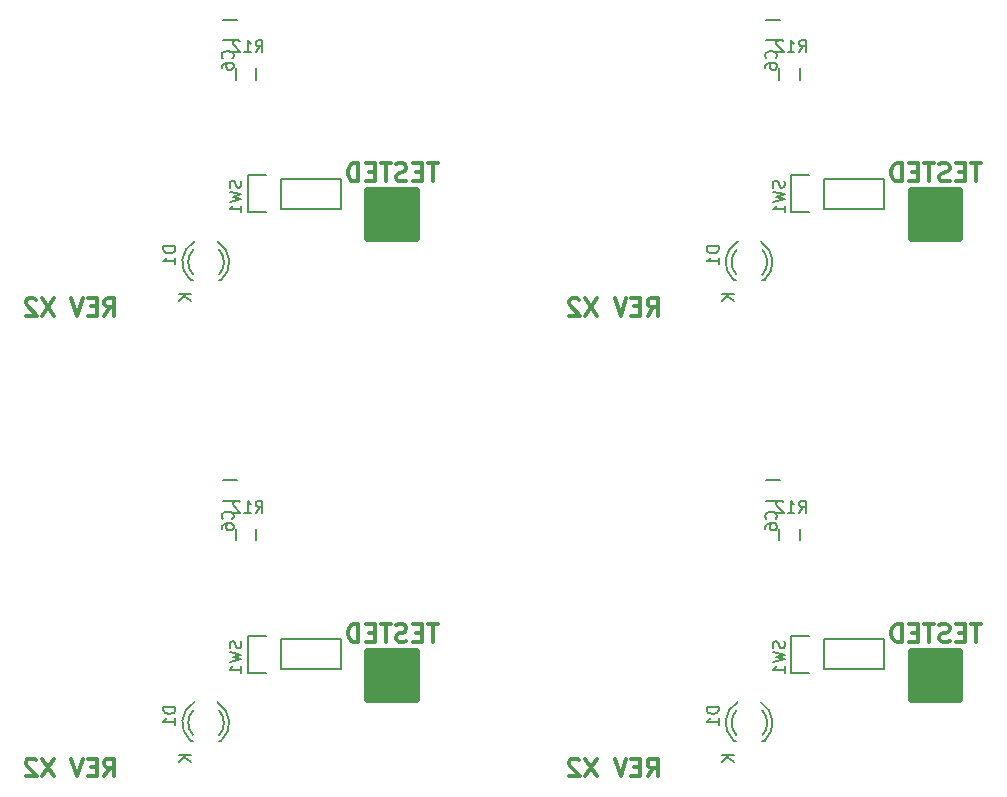
<source format=gbo>
%MOIN*%
%OFA0B0*%
%FSLAX46Y46*%
%IPPOS*%
%LPD*%
%ADD10C,0.011811023622047244*%
%ADD11C,0.005905511811023622*%
%ADD12C,0.025590551181102365*%
%ADD13C,0.012000000000000002*%
%ADD24C,0.011811023622047244*%
%ADD25C,0.005905511811023622*%
%ADD26C,0.025590551181102365*%
%ADD27C,0.012000000000000002*%
%ADD28C,0.011811023622047244*%
%ADD29C,0.005905511811023622*%
%ADD30C,0.025590551181102365*%
%ADD31C,0.012000000000000002*%
%ADD32C,0.011811023622047244*%
%ADD33C,0.005905511811023622*%
%ADD34C,0.025590551181102365*%
%ADD35C,0.012000000000000002*%
G01*
D10*
X0000540455Y0000030607D02*
X0000560140Y0000058728D01*
X0000574201Y0000030607D02*
X0000574201Y0000089662D01*
X0000551704Y0000089662D01*
X0000546079Y0000086850D01*
X0000543267Y0000084038D01*
X0000540455Y0000078413D01*
X0000540455Y0000069977D01*
X0000543267Y0000064353D01*
X0000546079Y0000061541D01*
X0000551704Y0000058728D01*
X0000574201Y0000058728D01*
X0000515146Y0000061541D02*
X0000495461Y0000061541D01*
X0000487024Y0000030607D02*
X0000515146Y0000030607D01*
X0000515146Y0000089662D01*
X0000487024Y0000089662D01*
X0000470151Y0000089662D02*
X0000450466Y0000030607D01*
X0000430781Y0000089662D01*
X0000371726Y0000089662D02*
X0000332356Y0000030607D01*
X0000332356Y0000089662D02*
X0000371726Y0000030607D01*
X0000312671Y0000084038D02*
X0000309859Y0000086850D01*
X0000304235Y0000089662D01*
X0000290174Y0000089662D01*
X0000284550Y0000086850D01*
X0000281737Y0000084038D01*
X0000278925Y0000078413D01*
X0000278925Y0000072789D01*
X0000281737Y0000064353D01*
X0000315483Y0000030607D01*
X0000278925Y0000030607D01*
D11*
X0000980314Y0000816929D02*
X0000980314Y0000856299D01*
X0001047244Y0000856299D02*
X0001047244Y0000816929D01*
X0000936377Y0000947874D02*
X0000983622Y0000947874D01*
X0000983622Y0001016771D02*
X0000936377Y0001016771D01*
D12*
X0001421259Y0000308267D02*
X0001578740Y0000308267D01*
X0001421259Y0000327952D02*
X0001421259Y0000308267D01*
X0001578740Y0000327952D02*
X0001421259Y0000327952D01*
X0001578740Y0000347637D02*
X0001578740Y0000327952D01*
X0001559055Y0000347637D02*
X0001578740Y0000347637D01*
X0001421259Y0000347637D02*
X0001559055Y0000347637D01*
X0001421259Y0000367322D02*
X0001421259Y0000347637D01*
X0001578740Y0000367322D02*
X0001421259Y0000367322D01*
X0001578740Y0000387007D02*
X0001578740Y0000367322D01*
X0001421259Y0000387007D02*
X0001578740Y0000387007D01*
X0001421259Y0000406692D02*
X0001421259Y0000387007D01*
X0001578740Y0000406692D02*
X0001421259Y0000406692D01*
X0001578740Y0000426377D02*
X0001578740Y0000406692D01*
X0001421259Y0000426377D02*
X0001578740Y0000426377D01*
X0001421259Y0000446062D02*
X0001421259Y0000426377D01*
X0001421259Y0000288582D02*
X0001421259Y0000446062D01*
X0001578740Y0000288582D02*
X0001421259Y0000288582D01*
X0001578740Y0000446062D02*
X0001578740Y0000288582D01*
X0001421259Y0000446062D02*
X0001578740Y0000446062D01*
D11*
X0000930393Y0000149488D02*
X0000923307Y0000149488D01*
X0000828267Y0000149488D02*
X0000836141Y0000149488D01*
X0000918174Y0000276564D02*
G75*
G02*
X0000930629Y0000149488I-0000039513J-0000068021D01*
G01*
X0000923270Y0000249960D02*
G75*
G02*
X0000923307Y0000167165I-0000044608J-0000041417D01*
G01*
X0000827215Y0000149991D02*
G75*
G02*
X0000840866Y0000277440I0000051445J0000058945D01*
G01*
X0000836171Y0000168626D02*
G75*
G02*
X0000836929Y0000249251I0000042490J0000039916D01*
G01*
X0001018976Y0000498346D02*
X0001018976Y0000376299D01*
X0001080000Y0000498346D02*
X0001018976Y0000498346D01*
X0001130000Y0000387322D02*
X0001130000Y0000487322D01*
X0001018976Y0000376299D02*
X0001080000Y0000376299D01*
X0001329999Y0000387322D02*
X0001130000Y0000387322D01*
X0001329999Y0000487322D02*
X0001329999Y0000387322D01*
X0001130000Y0000487322D02*
X0001329999Y0000487322D01*
X0000967840Y0000888175D02*
X0000969715Y0000890050D01*
X0000971589Y0000895674D01*
X0000971589Y0000899424D01*
X0000969715Y0000905048D01*
X0000965965Y0000908798D01*
X0000962215Y0000910673D01*
X0000954716Y0000912547D01*
X0000949092Y0000912547D01*
X0000941593Y0000910673D01*
X0000937844Y0000908798D01*
X0000934094Y0000905048D01*
X0000932219Y0000899424D01*
X0000932219Y0000895674D01*
X0000934094Y0000890050D01*
X0000935969Y0000888175D01*
X0000932219Y0000854430D02*
X0000932219Y0000861929D01*
X0000934094Y0000865678D01*
X0000935969Y0000867553D01*
X0000941593Y0000871302D01*
X0000949092Y0000873177D01*
X0000964090Y0000873177D01*
X0000967840Y0000871302D01*
X0000969715Y0000869428D01*
X0000971589Y0000865678D01*
X0000971589Y0000858179D01*
X0000969715Y0000854430D01*
X0000967840Y0000852555D01*
X0000964090Y0000850680D01*
X0000954716Y0000850680D01*
X0000950967Y0000852555D01*
X0000949092Y0000854430D01*
X0000947217Y0000858179D01*
X0000947217Y0000865678D01*
X0000949092Y0000869428D01*
X0000950967Y0000871302D01*
X0000954716Y0000873177D01*
X0001045309Y0000909512D02*
X0001058432Y0000928260D01*
X0001067806Y0000909512D02*
X0001067806Y0000948882D01*
X0001052808Y0000948882D01*
X0001049058Y0000947007D01*
X0001047184Y0000945133D01*
X0001045309Y0000941383D01*
X0001045309Y0000935759D01*
X0001047184Y0000932009D01*
X0001049058Y0000930135D01*
X0001052808Y0000928260D01*
X0001067806Y0000928260D01*
X0001007814Y0000909512D02*
X0001030311Y0000909512D01*
X0001019062Y0000909512D02*
X0001019062Y0000948882D01*
X0001022812Y0000943258D01*
X0001026561Y0000939508D01*
X0001030311Y0000937634D01*
X0000992815Y0000945133D02*
X0000990941Y0000947007D01*
X0000987191Y0000948882D01*
X0000977817Y0000948882D01*
X0000974068Y0000947007D01*
X0000972193Y0000945133D01*
X0000970318Y0000941383D01*
X0000970318Y0000937634D01*
X0000972193Y0000932009D01*
X0000994690Y0000909512D01*
X0000970318Y0000909512D01*
D13*
X0001652857Y0000537975D02*
X0001618571Y0000537975D01*
X0001635714Y0000477975D02*
X0001635714Y0000537975D01*
X0001598571Y0000509403D02*
X0001578571Y0000509403D01*
X0001570000Y0000477975D02*
X0001598571Y0000477975D01*
X0001598571Y0000537975D01*
X0001570000Y0000537975D01*
X0001547142Y0000480832D02*
X0001538571Y0000477975D01*
X0001524285Y0000477975D01*
X0001518571Y0000480832D01*
X0001515714Y0000483689D01*
X0001512857Y0000489403D01*
X0001512857Y0000495118D01*
X0001515714Y0000500832D01*
X0001518571Y0000503689D01*
X0001524285Y0000506546D01*
X0001535714Y0000509403D01*
X0001541428Y0000512260D01*
X0001544285Y0000515118D01*
X0001547142Y0000520832D01*
X0001547142Y0000526546D01*
X0001544285Y0000532260D01*
X0001541428Y0000535118D01*
X0001535714Y0000537975D01*
X0001521428Y0000537975D01*
X0001512857Y0000535118D01*
X0001495714Y0000537975D02*
X0001461428Y0000537975D01*
X0001478571Y0000477975D02*
X0001478571Y0000537975D01*
X0001441428Y0000509403D02*
X0001421428Y0000509403D01*
X0001412857Y0000477975D02*
X0001441428Y0000477975D01*
X0001441428Y0000537975D01*
X0001412857Y0000537975D01*
X0001387142Y0000477975D02*
X0001387142Y0000537975D01*
X0001372857Y0000537975D01*
X0001364285Y0000535118D01*
X0001358571Y0000529403D01*
X0001355714Y0000523689D01*
X0001352857Y0000512260D01*
X0001352857Y0000503689D01*
X0001355714Y0000492260D01*
X0001358571Y0000486546D01*
X0001364285Y0000480832D01*
X0001372857Y0000477975D01*
X0001387142Y0000477975D01*
D11*
X0000777337Y0000261578D02*
X0000737967Y0000261578D01*
X0000737967Y0000252204D01*
X0000739842Y0000246580D01*
X0000743592Y0000242830D01*
X0000747341Y0000240956D01*
X0000754840Y0000239081D01*
X0000760464Y0000239081D01*
X0000767963Y0000240956D01*
X0000771713Y0000242830D01*
X0000775463Y0000246580D01*
X0000777337Y0000252204D01*
X0000777337Y0000261578D01*
X0000777337Y0000201586D02*
X0000777337Y0000224083D01*
X0000777337Y0000212834D02*
X0000737967Y0000212834D01*
X0000743592Y0000216584D01*
X0000747341Y0000220333D01*
X0000749216Y0000224083D01*
X0000829306Y0000101098D02*
X0000789936Y0000101098D01*
X0000829306Y0000078601D02*
X0000806809Y0000095474D01*
X0000789936Y0000078601D02*
X0000812433Y0000101098D01*
X0000995935Y0000479816D02*
X0000997810Y0000474192D01*
X0000997810Y0000464818D01*
X0000995935Y0000461068D01*
X0000994060Y0000459193D01*
X0000990311Y0000457319D01*
X0000986561Y0000457319D01*
X0000982812Y0000459193D01*
X0000980937Y0000461068D01*
X0000979062Y0000464818D01*
X0000977187Y0000472317D01*
X0000975313Y0000476066D01*
X0000973438Y0000477941D01*
X0000969688Y0000479816D01*
X0000965939Y0000479816D01*
X0000962189Y0000477941D01*
X0000960314Y0000476066D01*
X0000958440Y0000472317D01*
X0000958440Y0000462943D01*
X0000960314Y0000457319D01*
X0000958440Y0000444195D02*
X0000997810Y0000434821D01*
X0000969688Y0000427322D01*
X0000997810Y0000419823D01*
X0000958440Y0000410449D01*
X0000997810Y0000374829D02*
X0000997810Y0000397326D01*
X0000997810Y0000386077D02*
X0000958440Y0000386077D01*
X0000964064Y0000389827D01*
X0000967814Y0000393577D01*
X0000969688Y0000397326D01*
G04 next file*
G04 #@! TF.GenerationSoftware,KiCad,Pcbnew,(5.1.10)-1*
G04 #@! TF.CreationDate,2022-01-17T16:42:43-05:00*
G04 #@! TF.ProjectId,DiffProbe,44696666-5072-46f6-9265-2e6b69636164,X1*
G04 #@! TF.SameCoordinates,Original*
G04 #@! TF.FileFunction,Legend,Bot*
G04 #@! TF.FilePolarity,Positive*
G04 Gerber Fmt 4.6, Leading zero omitted, Abs format (unit mm)*
G04 Created by KiCad (PCBNEW (5.1.10)-1) date 2022-01-17 16:42:43*
G01*
G04 APERTURE LIST*
G04 APERTURE END LIST*
D24*
X0002351479Y0000030607D02*
X0002371164Y0000058728D01*
X0002385224Y0000030607D02*
X0002385224Y0000089662D01*
X0002362727Y0000089662D01*
X0002357103Y0000086850D01*
X0002354291Y0000084038D01*
X0002351479Y0000078413D01*
X0002351479Y0000069977D01*
X0002354291Y0000064353D01*
X0002357103Y0000061541D01*
X0002362727Y0000058728D01*
X0002385224Y0000058728D01*
X0002326169Y0000061541D02*
X0002306484Y0000061541D01*
X0002298048Y0000030607D02*
X0002326169Y0000030607D01*
X0002326169Y0000089662D01*
X0002298048Y0000089662D01*
X0002281175Y0000089662D02*
X0002261490Y0000030607D01*
X0002241805Y0000089662D01*
X0002182750Y0000089662D02*
X0002143380Y0000030607D01*
X0002143380Y0000089662D02*
X0002182750Y0000030607D01*
X0002123695Y0000084038D02*
X0002120882Y0000086850D01*
X0002115258Y0000089662D01*
X0002101197Y0000089662D01*
X0002095573Y0000086850D01*
X0002092761Y0000084038D01*
X0002089949Y0000078413D01*
X0002089949Y0000072789D01*
X0002092761Y0000064353D01*
X0002126507Y0000030607D01*
X0002089949Y0000030607D01*
D25*
X0002791338Y0000816929D02*
X0002791338Y0000856299D01*
X0002858267Y0000856299D02*
X0002858267Y0000816929D01*
X0002747401Y0000947874D02*
X0002794645Y0000947874D01*
X0002794645Y0001016771D02*
X0002747401Y0001016771D01*
D26*
X0003232283Y0000308267D02*
X0003389763Y0000308267D01*
X0003232283Y0000327952D02*
X0003232283Y0000308267D01*
X0003389763Y0000327952D02*
X0003232283Y0000327952D01*
X0003389763Y0000347637D02*
X0003389763Y0000327952D01*
X0003370078Y0000347637D02*
X0003389763Y0000347637D01*
X0003232283Y0000347637D02*
X0003370078Y0000347637D01*
X0003232283Y0000367322D02*
X0003232283Y0000347637D01*
X0003389763Y0000367322D02*
X0003232283Y0000367322D01*
X0003389763Y0000387007D02*
X0003389763Y0000367322D01*
X0003232283Y0000387007D02*
X0003389763Y0000387007D01*
X0003232283Y0000406692D02*
X0003232283Y0000387007D01*
X0003389763Y0000406692D02*
X0003232283Y0000406692D01*
X0003389763Y0000426377D02*
X0003389763Y0000406692D01*
X0003232283Y0000426377D02*
X0003389763Y0000426377D01*
X0003232283Y0000446062D02*
X0003232283Y0000426377D01*
X0003232283Y0000288582D02*
X0003232283Y0000446062D01*
X0003389763Y0000288582D02*
X0003232283Y0000288582D01*
X0003389763Y0000446062D02*
X0003389763Y0000288582D01*
X0003232283Y0000446062D02*
X0003389763Y0000446062D01*
D25*
X0002741417Y0000149488D02*
X0002734330Y0000149488D01*
X0002639291Y0000149488D02*
X0002647165Y0000149488D01*
X0002729198Y0000276564D02*
G75*
G02*
X0002741653Y0000149488I-0000039513J-0000068021D01*
G01*
X0002734293Y0000249960D02*
G75*
G02*
X0002734330Y0000167165I-0000044608J-0000041417D01*
G01*
X0002638239Y0000149991D02*
G75*
G02*
X0002651889Y0000277440I0000051445J0000058945D01*
G01*
X0002647194Y0000168626D02*
G75*
G02*
X0002647952Y0000249251I0000042490J0000039916D01*
G01*
X0002830000Y0000498346D02*
X0002830000Y0000376299D01*
X0002891023Y0000498346D02*
X0002830000Y0000498346D01*
X0002941023Y0000387322D02*
X0002941023Y0000487322D01*
X0002830000Y0000376299D02*
X0002891023Y0000376299D01*
X0003141023Y0000387322D02*
X0002941023Y0000387322D01*
X0003141023Y0000487322D02*
X0003141023Y0000387322D01*
X0002941023Y0000487322D02*
X0003141023Y0000487322D01*
X0002778863Y0000888175D02*
X0002780738Y0000890050D01*
X0002782613Y0000895674D01*
X0002782613Y0000899424D01*
X0002780738Y0000905048D01*
X0002776989Y0000908798D01*
X0002773239Y0000910673D01*
X0002765740Y0000912547D01*
X0002760116Y0000912547D01*
X0002752617Y0000910673D01*
X0002748867Y0000908798D01*
X0002745118Y0000905048D01*
X0002743243Y0000899424D01*
X0002743243Y0000895674D01*
X0002745118Y0000890050D01*
X0002746992Y0000888175D01*
X0002743243Y0000854430D02*
X0002743243Y0000861929D01*
X0002745118Y0000865678D01*
X0002746992Y0000867553D01*
X0002752617Y0000871302D01*
X0002760116Y0000873177D01*
X0002775114Y0000873177D01*
X0002778863Y0000871302D01*
X0002780738Y0000869428D01*
X0002782613Y0000865678D01*
X0002782613Y0000858179D01*
X0002780738Y0000854430D01*
X0002778863Y0000852555D01*
X0002775114Y0000850680D01*
X0002765740Y0000850680D01*
X0002761990Y0000852555D01*
X0002760116Y0000854430D01*
X0002758241Y0000858179D01*
X0002758241Y0000865678D01*
X0002760116Y0000869428D01*
X0002761990Y0000871302D01*
X0002765740Y0000873177D01*
X0002856332Y0000909512D02*
X0002869456Y0000928260D01*
X0002878830Y0000909512D02*
X0002878830Y0000948882D01*
X0002863832Y0000948882D01*
X0002860082Y0000947007D01*
X0002858207Y0000945133D01*
X0002856332Y0000941383D01*
X0002856332Y0000935759D01*
X0002858207Y0000932009D01*
X0002860082Y0000930135D01*
X0002863832Y0000928260D01*
X0002878830Y0000928260D01*
X0002818837Y0000909512D02*
X0002841334Y0000909512D01*
X0002830086Y0000909512D02*
X0002830086Y0000948882D01*
X0002833835Y0000943258D01*
X0002837585Y0000939508D01*
X0002841334Y0000937634D01*
X0002803839Y0000945133D02*
X0002801964Y0000947007D01*
X0002798215Y0000948882D01*
X0002788841Y0000948882D01*
X0002785091Y0000947007D01*
X0002783217Y0000945133D01*
X0002781342Y0000941383D01*
X0002781342Y0000937634D01*
X0002783217Y0000932009D01*
X0002805714Y0000909512D01*
X0002781342Y0000909512D01*
D27*
X0003463880Y0000537975D02*
X0003429595Y0000537975D01*
X0003446737Y0000477975D02*
X0003446737Y0000537975D01*
X0003409595Y0000509403D02*
X0003389595Y0000509403D01*
X0003381023Y0000477975D02*
X0003409595Y0000477975D01*
X0003409595Y0000537975D01*
X0003381023Y0000537975D01*
X0003358166Y0000480832D02*
X0003349595Y0000477975D01*
X0003335309Y0000477975D01*
X0003329595Y0000480832D01*
X0003326737Y0000483689D01*
X0003323880Y0000489403D01*
X0003323880Y0000495118D01*
X0003326737Y0000500832D01*
X0003329595Y0000503689D01*
X0003335309Y0000506546D01*
X0003346737Y0000509403D01*
X0003352452Y0000512260D01*
X0003355309Y0000515118D01*
X0003358166Y0000520832D01*
X0003358166Y0000526546D01*
X0003355309Y0000532260D01*
X0003352452Y0000535118D01*
X0003346737Y0000537975D01*
X0003332452Y0000537975D01*
X0003323880Y0000535118D01*
X0003306737Y0000537975D02*
X0003272452Y0000537975D01*
X0003289595Y0000477975D02*
X0003289595Y0000537975D01*
X0003252452Y0000509403D02*
X0003232452Y0000509403D01*
X0003223880Y0000477975D02*
X0003252452Y0000477975D01*
X0003252452Y0000537975D01*
X0003223880Y0000537975D01*
X0003198166Y0000477975D02*
X0003198166Y0000537975D01*
X0003183880Y0000537975D01*
X0003175309Y0000535118D01*
X0003169595Y0000529403D01*
X0003166737Y0000523689D01*
X0003163880Y0000512260D01*
X0003163880Y0000503689D01*
X0003166737Y0000492260D01*
X0003169595Y0000486546D01*
X0003175309Y0000480832D01*
X0003183880Y0000477975D01*
X0003198166Y0000477975D01*
D25*
X0002588361Y0000261578D02*
X0002548991Y0000261578D01*
X0002548991Y0000252204D01*
X0002550866Y0000246580D01*
X0002554615Y0000242830D01*
X0002558365Y0000240956D01*
X0002565864Y0000239081D01*
X0002571488Y0000239081D01*
X0002578987Y0000240956D01*
X0002582737Y0000242830D01*
X0002586486Y0000246580D01*
X0002588361Y0000252204D01*
X0002588361Y0000261578D01*
X0002588361Y0000201586D02*
X0002588361Y0000224083D01*
X0002588361Y0000212834D02*
X0002548991Y0000212834D01*
X0002554615Y0000216584D01*
X0002558365Y0000220333D01*
X0002560239Y0000224083D01*
X0002640329Y0000101098D02*
X0002600959Y0000101098D01*
X0002640329Y0000078601D02*
X0002617832Y0000095474D01*
X0002600959Y0000078601D02*
X0002623457Y0000101098D01*
X0002806959Y0000479816D02*
X0002808833Y0000474192D01*
X0002808833Y0000464818D01*
X0002806959Y0000461068D01*
X0002805084Y0000459193D01*
X0002801334Y0000457319D01*
X0002797585Y0000457319D01*
X0002793835Y0000459193D01*
X0002791960Y0000461068D01*
X0002790086Y0000464818D01*
X0002788211Y0000472317D01*
X0002786336Y0000476066D01*
X0002784461Y0000477941D01*
X0002780712Y0000479816D01*
X0002776962Y0000479816D01*
X0002773213Y0000477941D01*
X0002771338Y0000476066D01*
X0002769463Y0000472317D01*
X0002769463Y0000462943D01*
X0002771338Y0000457319D01*
X0002769463Y0000444195D02*
X0002808833Y0000434821D01*
X0002780712Y0000427322D01*
X0002808833Y0000419823D01*
X0002769463Y0000410449D01*
X0002808833Y0000374829D02*
X0002808833Y0000397326D01*
X0002808833Y0000386077D02*
X0002769463Y0000386077D01*
X0002775088Y0000389827D01*
X0002778837Y0000393577D01*
X0002780712Y0000397326D01*
G04 next file*
G04 #@! TF.GenerationSoftware,KiCad,Pcbnew,(5.1.10)-1*
G04 #@! TF.CreationDate,2022-01-17T16:42:43-05:00*
G04 #@! TF.ProjectId,DiffProbe,44696666-5072-46f6-9265-2e6b69636164,X1*
G04 #@! TF.SameCoordinates,Original*
G04 #@! TF.FileFunction,Legend,Bot*
G04 #@! TF.FilePolarity,Positive*
G04 Gerber Fmt 4.6, Leading zero omitted, Abs format (unit mm)*
G04 Created by KiCad (PCBNEW (5.1.10)-1) date 2022-01-17 16:42:43*
G01*
G04 APERTURE LIST*
G04 APERTURE END LIST*
D28*
X0000540455Y0001566040D02*
X0000560140Y0001594162D01*
X0000574201Y0001566040D02*
X0000574201Y0001625095D01*
X0000551704Y0001625095D01*
X0000546079Y0001622283D01*
X0000543267Y0001619471D01*
X0000540455Y0001613847D01*
X0000540455Y0001605410D01*
X0000543267Y0001599786D01*
X0000546079Y0001596974D01*
X0000551704Y0001594162D01*
X0000574201Y0001594162D01*
X0000515146Y0001596974D02*
X0000495461Y0001596974D01*
X0000487024Y0001566040D02*
X0000515146Y0001566040D01*
X0000515146Y0001625095D01*
X0000487024Y0001625095D01*
X0000470151Y0001625095D02*
X0000450466Y0001566040D01*
X0000430781Y0001625095D01*
X0000371726Y0001625095D02*
X0000332356Y0001566040D01*
X0000332356Y0001625095D02*
X0000371726Y0001566040D01*
X0000312671Y0001619471D02*
X0000309859Y0001622283D01*
X0000304235Y0001625095D01*
X0000290174Y0001625095D01*
X0000284550Y0001622283D01*
X0000281737Y0001619471D01*
X0000278925Y0001613847D01*
X0000278925Y0001608222D01*
X0000281737Y0001599786D01*
X0000315483Y0001566040D01*
X0000278925Y0001566040D01*
D29*
X0000980314Y0002352362D02*
X0000980314Y0002391732D01*
X0001047244Y0002391732D02*
X0001047244Y0002352362D01*
X0000936377Y0002483307D02*
X0000983622Y0002483307D01*
X0000983622Y0002552204D02*
X0000936377Y0002552204D01*
D30*
X0001421259Y0001843700D02*
X0001578740Y0001843700D01*
X0001421259Y0001863385D02*
X0001421259Y0001843700D01*
X0001578740Y0001863385D02*
X0001421259Y0001863385D01*
X0001578740Y0001883070D02*
X0001578740Y0001863385D01*
X0001559055Y0001883070D02*
X0001578740Y0001883070D01*
X0001421259Y0001883070D02*
X0001559055Y0001883070D01*
X0001421259Y0001902755D02*
X0001421259Y0001883070D01*
X0001578740Y0001902755D02*
X0001421259Y0001902755D01*
X0001578740Y0001922440D02*
X0001578740Y0001902755D01*
X0001421259Y0001922440D02*
X0001578740Y0001922440D01*
X0001421259Y0001942125D02*
X0001421259Y0001922440D01*
X0001578740Y0001942125D02*
X0001421259Y0001942125D01*
X0001578740Y0001961811D02*
X0001578740Y0001942125D01*
X0001421259Y0001961811D02*
X0001578740Y0001961811D01*
X0001421259Y0001981496D02*
X0001421259Y0001961811D01*
X0001421259Y0001824015D02*
X0001421259Y0001981496D01*
X0001578740Y0001824015D02*
X0001421259Y0001824015D01*
X0001578740Y0001981496D02*
X0001578740Y0001824015D01*
X0001421259Y0001981496D02*
X0001578740Y0001981496D01*
D29*
X0000930393Y0001684921D02*
X0000923307Y0001684921D01*
X0000828267Y0001684921D02*
X0000836141Y0001684921D01*
X0000918174Y0001811997D02*
G75*
G02*
X0000930629Y0001684921I-0000039513J-0000068021D01*
G01*
X0000923270Y0001785393D02*
G75*
G02*
X0000923307Y0001702598I-0000044608J-0000041417D01*
G01*
X0000827215Y0001685424D02*
G75*
G02*
X0000840866Y0001812874I0000051445J0000058945D01*
G01*
X0000836171Y0001704059D02*
G75*
G02*
X0000836929Y0001784685I0000042490J0000039916D01*
G01*
X0001018976Y0002033779D02*
X0001018976Y0001911732D01*
X0001080000Y0002033779D02*
X0001018976Y0002033779D01*
X0001130000Y0001922755D02*
X0001130000Y0002022755D01*
X0001018976Y0001911732D02*
X0001080000Y0001911732D01*
X0001329999Y0001922755D02*
X0001130000Y0001922755D01*
X0001329999Y0002022755D02*
X0001329999Y0001922755D01*
X0001130000Y0002022755D02*
X0001329999Y0002022755D01*
X0000967840Y0002423608D02*
X0000969715Y0002425483D01*
X0000971589Y0002431107D01*
X0000971589Y0002434857D01*
X0000969715Y0002440481D01*
X0000965965Y0002444231D01*
X0000962215Y0002446106D01*
X0000954716Y0002447980D01*
X0000949092Y0002447980D01*
X0000941593Y0002446106D01*
X0000937844Y0002444231D01*
X0000934094Y0002440481D01*
X0000932219Y0002434857D01*
X0000932219Y0002431107D01*
X0000934094Y0002425483D01*
X0000935969Y0002423608D01*
X0000932219Y0002389863D02*
X0000932219Y0002397362D01*
X0000934094Y0002401111D01*
X0000935969Y0002402986D01*
X0000941593Y0002406736D01*
X0000949092Y0002408610D01*
X0000964090Y0002408610D01*
X0000967840Y0002406736D01*
X0000969715Y0002404861D01*
X0000971589Y0002401111D01*
X0000971589Y0002393612D01*
X0000969715Y0002389863D01*
X0000967840Y0002387988D01*
X0000964090Y0002386113D01*
X0000954716Y0002386113D01*
X0000950967Y0002387988D01*
X0000949092Y0002389863D01*
X0000947217Y0002393612D01*
X0000947217Y0002401111D01*
X0000949092Y0002404861D01*
X0000950967Y0002406736D01*
X0000954716Y0002408610D01*
X0001045309Y0002444945D02*
X0001058432Y0002463693D01*
X0001067806Y0002444945D02*
X0001067806Y0002484315D01*
X0001052808Y0002484315D01*
X0001049058Y0002482440D01*
X0001047184Y0002480566D01*
X0001045309Y0002476816D01*
X0001045309Y0002471192D01*
X0001047184Y0002467442D01*
X0001049058Y0002465568D01*
X0001052808Y0002463693D01*
X0001067806Y0002463693D01*
X0001007814Y0002444945D02*
X0001030311Y0002444945D01*
X0001019062Y0002444945D02*
X0001019062Y0002484315D01*
X0001022812Y0002478691D01*
X0001026561Y0002474941D01*
X0001030311Y0002473067D01*
X0000992815Y0002480566D02*
X0000990941Y0002482440D01*
X0000987191Y0002484315D01*
X0000977817Y0002484315D01*
X0000974068Y0002482440D01*
X0000972193Y0002480566D01*
X0000970318Y0002476816D01*
X0000970318Y0002473067D01*
X0000972193Y0002467442D01*
X0000994690Y0002444945D01*
X0000970318Y0002444945D01*
D31*
X0001652857Y0002073408D02*
X0001618571Y0002073408D01*
X0001635714Y0002013408D02*
X0001635714Y0002073408D01*
X0001598571Y0002044836D02*
X0001578571Y0002044836D01*
X0001570000Y0002013408D02*
X0001598571Y0002013408D01*
X0001598571Y0002073408D01*
X0001570000Y0002073408D01*
X0001547142Y0002016265D02*
X0001538571Y0002013408D01*
X0001524285Y0002013408D01*
X0001518571Y0002016265D01*
X0001515714Y0002019122D01*
X0001512857Y0002024836D01*
X0001512857Y0002030551D01*
X0001515714Y0002036265D01*
X0001518571Y0002039122D01*
X0001524285Y0002041979D01*
X0001535714Y0002044836D01*
X0001541428Y0002047694D01*
X0001544285Y0002050551D01*
X0001547142Y0002056265D01*
X0001547142Y0002061979D01*
X0001544285Y0002067694D01*
X0001541428Y0002070551D01*
X0001535714Y0002073408D01*
X0001521428Y0002073408D01*
X0001512857Y0002070551D01*
X0001495714Y0002073408D02*
X0001461428Y0002073408D01*
X0001478571Y0002013408D02*
X0001478571Y0002073408D01*
X0001441428Y0002044836D02*
X0001421428Y0002044836D01*
X0001412857Y0002013408D02*
X0001441428Y0002013408D01*
X0001441428Y0002073408D01*
X0001412857Y0002073408D01*
X0001387142Y0002013408D02*
X0001387142Y0002073408D01*
X0001372857Y0002073408D01*
X0001364285Y0002070551D01*
X0001358571Y0002064836D01*
X0001355714Y0002059122D01*
X0001352857Y0002047694D01*
X0001352857Y0002039122D01*
X0001355714Y0002027694D01*
X0001358571Y0002021979D01*
X0001364285Y0002016265D01*
X0001372857Y0002013408D01*
X0001387142Y0002013408D01*
D29*
X0000777337Y0001797011D02*
X0000737967Y0001797011D01*
X0000737967Y0001787637D01*
X0000739842Y0001782013D01*
X0000743592Y0001778263D01*
X0000747341Y0001776389D01*
X0000754840Y0001774514D01*
X0000760464Y0001774514D01*
X0000767963Y0001776389D01*
X0000771713Y0001778263D01*
X0000775463Y0001782013D01*
X0000777337Y0001787637D01*
X0000777337Y0001797011D01*
X0000777337Y0001737019D02*
X0000777337Y0001759516D01*
X0000777337Y0001748267D02*
X0000737967Y0001748267D01*
X0000743592Y0001752017D01*
X0000747341Y0001755766D01*
X0000749216Y0001759516D01*
X0000829306Y0001636531D02*
X0000789936Y0001636531D01*
X0000829306Y0001614034D02*
X0000806809Y0001630907D01*
X0000789936Y0001614034D02*
X0000812433Y0001636531D01*
X0000995935Y0002015249D02*
X0000997810Y0002009625D01*
X0000997810Y0002000251D01*
X0000995935Y0001996501D01*
X0000994060Y0001994626D01*
X0000990311Y0001992752D01*
X0000986561Y0001992752D01*
X0000982812Y0001994626D01*
X0000980937Y0001996501D01*
X0000979062Y0002000251D01*
X0000977187Y0002007750D01*
X0000975313Y0002011499D01*
X0000973438Y0002013374D01*
X0000969688Y0002015249D01*
X0000965939Y0002015249D01*
X0000962189Y0002013374D01*
X0000960314Y0002011499D01*
X0000958440Y0002007750D01*
X0000958440Y0001998376D01*
X0000960314Y0001992752D01*
X0000958440Y0001979628D02*
X0000997810Y0001970255D01*
X0000969688Y0001962755D01*
X0000997810Y0001955256D01*
X0000958440Y0001945883D01*
X0000997810Y0001910262D02*
X0000997810Y0001932759D01*
X0000997810Y0001921511D02*
X0000958440Y0001921511D01*
X0000964064Y0001925260D01*
X0000967814Y0001929010D01*
X0000969688Y0001932759D01*
G04 next file*
G04 #@! TF.GenerationSoftware,KiCad,Pcbnew,(5.1.10)-1*
G04 #@! TF.CreationDate,2022-01-17T16:42:43-05:00*
G04 #@! TF.ProjectId,DiffProbe,44696666-5072-46f6-9265-2e6b69636164,X1*
G04 #@! TF.SameCoordinates,Original*
G04 #@! TF.FileFunction,Legend,Bot*
G04 #@! TF.FilePolarity,Positive*
G04 Gerber Fmt 4.6, Leading zero omitted, Abs format (unit mm)*
G04 Created by KiCad (PCBNEW (5.1.10)-1) date 2022-01-17 16:42:43*
G01*
G04 APERTURE LIST*
G04 APERTURE END LIST*
D32*
X0002351479Y0001566040D02*
X0002371164Y0001594162D01*
X0002385224Y0001566040D02*
X0002385224Y0001625095D01*
X0002362727Y0001625095D01*
X0002357103Y0001622283D01*
X0002354291Y0001619471D01*
X0002351479Y0001613847D01*
X0002351479Y0001605410D01*
X0002354291Y0001599786D01*
X0002357103Y0001596974D01*
X0002362727Y0001594162D01*
X0002385224Y0001594162D01*
X0002326169Y0001596974D02*
X0002306484Y0001596974D01*
X0002298048Y0001566040D02*
X0002326169Y0001566040D01*
X0002326169Y0001625095D01*
X0002298048Y0001625095D01*
X0002281175Y0001625095D02*
X0002261490Y0001566040D01*
X0002241805Y0001625095D01*
X0002182750Y0001625095D02*
X0002143380Y0001566040D01*
X0002143380Y0001625095D02*
X0002182750Y0001566040D01*
X0002123695Y0001619471D02*
X0002120882Y0001622283D01*
X0002115258Y0001625095D01*
X0002101197Y0001625095D01*
X0002095573Y0001622283D01*
X0002092761Y0001619471D01*
X0002089949Y0001613847D01*
X0002089949Y0001608222D01*
X0002092761Y0001599786D01*
X0002126507Y0001566040D01*
X0002089949Y0001566040D01*
D33*
X0002791338Y0002352362D02*
X0002791338Y0002391732D01*
X0002858267Y0002391732D02*
X0002858267Y0002352362D01*
X0002747401Y0002483307D02*
X0002794645Y0002483307D01*
X0002794645Y0002552204D02*
X0002747401Y0002552204D01*
D34*
X0003232283Y0001843700D02*
X0003389763Y0001843700D01*
X0003232283Y0001863385D02*
X0003232283Y0001843700D01*
X0003389763Y0001863385D02*
X0003232283Y0001863385D01*
X0003389763Y0001883070D02*
X0003389763Y0001863385D01*
X0003370078Y0001883070D02*
X0003389763Y0001883070D01*
X0003232283Y0001883070D02*
X0003370078Y0001883070D01*
X0003232283Y0001902755D02*
X0003232283Y0001883070D01*
X0003389763Y0001902755D02*
X0003232283Y0001902755D01*
X0003389763Y0001922440D02*
X0003389763Y0001902755D01*
X0003232283Y0001922440D02*
X0003389763Y0001922440D01*
X0003232283Y0001942125D02*
X0003232283Y0001922440D01*
X0003389763Y0001942125D02*
X0003232283Y0001942125D01*
X0003389763Y0001961811D02*
X0003389763Y0001942125D01*
X0003232283Y0001961811D02*
X0003389763Y0001961811D01*
X0003232283Y0001981496D02*
X0003232283Y0001961811D01*
X0003232283Y0001824015D02*
X0003232283Y0001981496D01*
X0003389763Y0001824015D02*
X0003232283Y0001824015D01*
X0003389763Y0001981496D02*
X0003389763Y0001824015D01*
X0003232283Y0001981496D02*
X0003389763Y0001981496D01*
D33*
X0002741417Y0001684921D02*
X0002734330Y0001684921D01*
X0002639291Y0001684921D02*
X0002647165Y0001684921D01*
X0002729198Y0001811997D02*
G75*
G02*
X0002741653Y0001684921I-0000039513J-0000068021D01*
G01*
X0002734293Y0001785393D02*
G75*
G02*
X0002734330Y0001702598I-0000044608J-0000041417D01*
G01*
X0002638239Y0001685424D02*
G75*
G02*
X0002651889Y0001812874I0000051445J0000058945D01*
G01*
X0002647194Y0001704059D02*
G75*
G02*
X0002647952Y0001784685I0000042490J0000039916D01*
G01*
X0002830000Y0002033779D02*
X0002830000Y0001911732D01*
X0002891023Y0002033779D02*
X0002830000Y0002033779D01*
X0002941023Y0001922755D02*
X0002941023Y0002022755D01*
X0002830000Y0001911732D02*
X0002891023Y0001911732D01*
X0003141023Y0001922755D02*
X0002941023Y0001922755D01*
X0003141023Y0002022755D02*
X0003141023Y0001922755D01*
X0002941023Y0002022755D02*
X0003141023Y0002022755D01*
X0002778863Y0002423608D02*
X0002780738Y0002425483D01*
X0002782613Y0002431107D01*
X0002782613Y0002434857D01*
X0002780738Y0002440481D01*
X0002776989Y0002444231D01*
X0002773239Y0002446106D01*
X0002765740Y0002447980D01*
X0002760116Y0002447980D01*
X0002752617Y0002446106D01*
X0002748867Y0002444231D01*
X0002745118Y0002440481D01*
X0002743243Y0002434857D01*
X0002743243Y0002431107D01*
X0002745118Y0002425483D01*
X0002746992Y0002423608D01*
X0002743243Y0002389863D02*
X0002743243Y0002397362D01*
X0002745118Y0002401111D01*
X0002746992Y0002402986D01*
X0002752617Y0002406736D01*
X0002760116Y0002408610D01*
X0002775114Y0002408610D01*
X0002778863Y0002406736D01*
X0002780738Y0002404861D01*
X0002782613Y0002401111D01*
X0002782613Y0002393612D01*
X0002780738Y0002389863D01*
X0002778863Y0002387988D01*
X0002775114Y0002386113D01*
X0002765740Y0002386113D01*
X0002761990Y0002387988D01*
X0002760116Y0002389863D01*
X0002758241Y0002393612D01*
X0002758241Y0002401111D01*
X0002760116Y0002404861D01*
X0002761990Y0002406736D01*
X0002765740Y0002408610D01*
X0002856332Y0002444945D02*
X0002869456Y0002463693D01*
X0002878830Y0002444945D02*
X0002878830Y0002484315D01*
X0002863832Y0002484315D01*
X0002860082Y0002482440D01*
X0002858207Y0002480566D01*
X0002856332Y0002476816D01*
X0002856332Y0002471192D01*
X0002858207Y0002467442D01*
X0002860082Y0002465568D01*
X0002863832Y0002463693D01*
X0002878830Y0002463693D01*
X0002818837Y0002444945D02*
X0002841334Y0002444945D01*
X0002830086Y0002444945D02*
X0002830086Y0002484315D01*
X0002833835Y0002478691D01*
X0002837585Y0002474941D01*
X0002841334Y0002473067D01*
X0002803839Y0002480566D02*
X0002801964Y0002482440D01*
X0002798215Y0002484315D01*
X0002788841Y0002484315D01*
X0002785091Y0002482440D01*
X0002783217Y0002480566D01*
X0002781342Y0002476816D01*
X0002781342Y0002473067D01*
X0002783217Y0002467442D01*
X0002805714Y0002444945D01*
X0002781342Y0002444945D01*
D35*
X0003463880Y0002073408D02*
X0003429595Y0002073408D01*
X0003446737Y0002013408D02*
X0003446737Y0002073408D01*
X0003409595Y0002044836D02*
X0003389595Y0002044836D01*
X0003381023Y0002013408D02*
X0003409595Y0002013408D01*
X0003409595Y0002073408D01*
X0003381023Y0002073408D01*
X0003358166Y0002016265D02*
X0003349595Y0002013408D01*
X0003335309Y0002013408D01*
X0003329595Y0002016265D01*
X0003326737Y0002019122D01*
X0003323880Y0002024836D01*
X0003323880Y0002030551D01*
X0003326737Y0002036265D01*
X0003329595Y0002039122D01*
X0003335309Y0002041979D01*
X0003346737Y0002044836D01*
X0003352452Y0002047694D01*
X0003355309Y0002050551D01*
X0003358166Y0002056265D01*
X0003358166Y0002061979D01*
X0003355309Y0002067694D01*
X0003352452Y0002070551D01*
X0003346737Y0002073408D01*
X0003332452Y0002073408D01*
X0003323880Y0002070551D01*
X0003306737Y0002073408D02*
X0003272452Y0002073408D01*
X0003289595Y0002013408D02*
X0003289595Y0002073408D01*
X0003252452Y0002044836D02*
X0003232452Y0002044836D01*
X0003223880Y0002013408D02*
X0003252452Y0002013408D01*
X0003252452Y0002073408D01*
X0003223880Y0002073408D01*
X0003198166Y0002013408D02*
X0003198166Y0002073408D01*
X0003183880Y0002073408D01*
X0003175309Y0002070551D01*
X0003169595Y0002064836D01*
X0003166737Y0002059122D01*
X0003163880Y0002047694D01*
X0003163880Y0002039122D01*
X0003166737Y0002027694D01*
X0003169595Y0002021979D01*
X0003175309Y0002016265D01*
X0003183880Y0002013408D01*
X0003198166Y0002013408D01*
D33*
X0002588361Y0001797011D02*
X0002548991Y0001797011D01*
X0002548991Y0001787637D01*
X0002550866Y0001782013D01*
X0002554615Y0001778263D01*
X0002558365Y0001776389D01*
X0002565864Y0001774514D01*
X0002571488Y0001774514D01*
X0002578987Y0001776389D01*
X0002582737Y0001778263D01*
X0002586486Y0001782013D01*
X0002588361Y0001787637D01*
X0002588361Y0001797011D01*
X0002588361Y0001737019D02*
X0002588361Y0001759516D01*
X0002588361Y0001748267D02*
X0002548991Y0001748267D01*
X0002554615Y0001752017D01*
X0002558365Y0001755766D01*
X0002560239Y0001759516D01*
X0002640329Y0001636531D02*
X0002600959Y0001636531D01*
X0002640329Y0001614034D02*
X0002617832Y0001630907D01*
X0002600959Y0001614034D02*
X0002623457Y0001636531D01*
X0002806959Y0002015249D02*
X0002808833Y0002009625D01*
X0002808833Y0002000251D01*
X0002806959Y0001996501D01*
X0002805084Y0001994626D01*
X0002801334Y0001992752D01*
X0002797585Y0001992752D01*
X0002793835Y0001994626D01*
X0002791960Y0001996501D01*
X0002790086Y0002000251D01*
X0002788211Y0002007750D01*
X0002786336Y0002011499D01*
X0002784461Y0002013374D01*
X0002780712Y0002015249D01*
X0002776962Y0002015249D01*
X0002773213Y0002013374D01*
X0002771338Y0002011499D01*
X0002769463Y0002007750D01*
X0002769463Y0001998376D01*
X0002771338Y0001992752D01*
X0002769463Y0001979628D02*
X0002808833Y0001970255D01*
X0002780712Y0001962755D01*
X0002808833Y0001955256D01*
X0002769463Y0001945883D01*
X0002808833Y0001910262D02*
X0002808833Y0001932759D01*
X0002808833Y0001921511D02*
X0002769463Y0001921511D01*
X0002775088Y0001925260D01*
X0002778837Y0001929010D01*
X0002780712Y0001932759D01*
M02*
</source>
